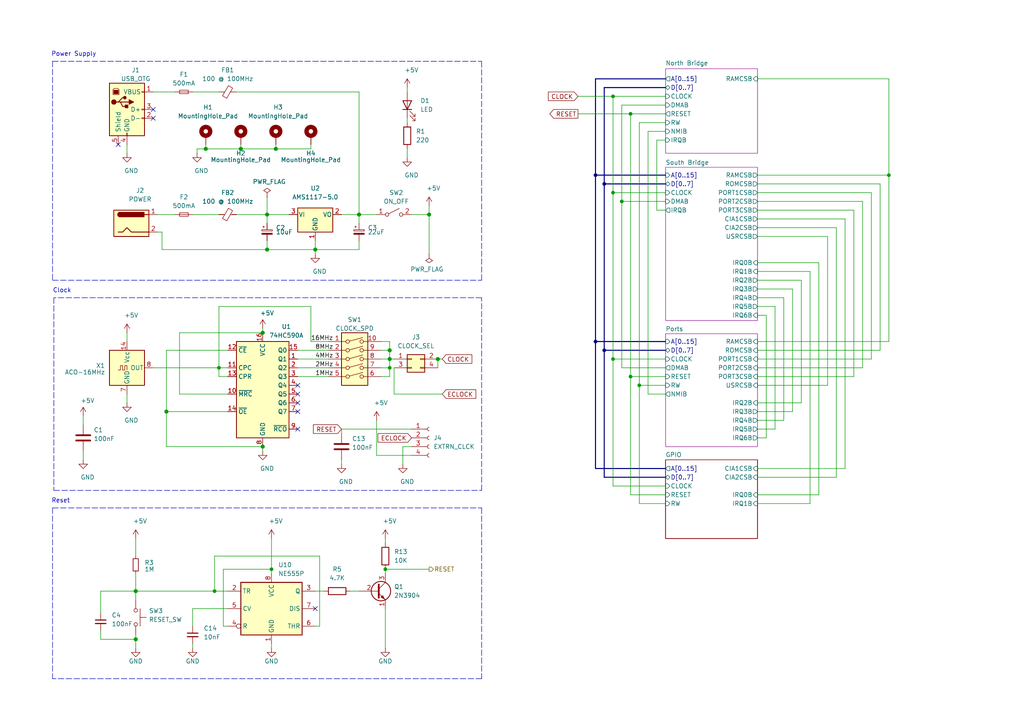
<source format=kicad_sch>
(kicad_sch (version 20230121) (generator eeschema)
  (paper "A4")
  (title_block (title "Miniish") (date "2023-05-19") (rev "v1.3") (company "Romuald Rousseau"))
  (lib_symbols
    (symbol "74xx:74HC590A"
      (property "Reference" "U" (at -7.62 16.51 0))
      (property "Value" "74HC590A" (at -7.62 -13.97 0))
      (symbol "74HC590A_1_0"
        (pin tri_state line (at 10.16 10.16 180) (length 2.54) (name "Q1") (number "1"))
        (pin input line (at -10.16 0 0) (length 2.54) (name "~{MRC}") (number "10"))
        (pin input line (at -10.16 7.62 0) (length 2.54) (name "CPC") (number "11"))
        (pin input line (at -10.16 12.7 0) (length 2.54) (name "~{CE}") (number "12"))
        (pin input line (at -10.16 5.08 0) (length 2.54) (name "CPR") (number "13"))
        (pin input line (at -10.16 -5.08 0) (length 2.54) (name "~{OE}") (number "14"))
        (pin tri_state line (at 10.16 12.7 180) (length 2.54) (name "Q0") (number "15"))
        (pin power_in line (at 0 17.78 270) (length 2.54) (name "VCC") (number "16"))
        (pin tri_state line (at 10.16 7.62 180) (length 2.54) (name "Q2") (number "2"))
        (pin tri_state line (at 10.16 5.08 180) (length 2.54) (name "Q3") (number "3"))
        (pin tri_state line (at 10.16 2.54 180) (length 2.54) (name "Q4") (number "4"))
        (pin tri_state line (at 10.16 0 180) (length 2.54) (name "Q5") (number "5"))
        (pin tri_state line (at 10.16 -2.54 180) (length 2.54) (name "Q6") (number "6"))
        (pin tri_state line (at 10.16 -5.08 180) (length 2.54) (name "Q7") (number "7"))
        (pin power_in line (at 0 -15.24 90) (length 2.54) (name "GND") (number "8"))
        (pin output line (at 10.16 -10.16 180) (length 2.54) (name "~{RCO}") (number "9"))
      )
      (symbol "74HC590A_1_1"
        (rectangle (start -7.62 15.24) (end 7.62 -12.7) (stroke (width 0.254)) (fill (type background)))
      )
    )
    (symbol "Connector:Conn_01x04_Socket" (pin_names (offset 1.016) hide)
      (property "Reference" "J" (at 0 5.08 0))
      (property "Value" "Conn_01x04_Socket" (at 0 -7.62 0))
      (symbol "Conn_01x04_Socket_1_1"
        (arc (start 0 -4.572) (mid -0.5058 -5.08) (end 0 -5.588) (stroke (width 0.1524)))
        (arc (start 0 -2.032) (mid -0.5058 -2.54) (end 0 -3.048) (stroke (width 0.1524)))
        (polyline (pts (xy -1.27 -5.08) (xy -0.508 -5.08)) (stroke (width 0.1524)))
        (polyline (pts (xy -1.27 -2.54) (xy -0.508 -2.54)) (stroke (width 0.1524)))
        (polyline (pts (xy -1.27 0) (xy -0.508 0)) (stroke (width 0.1524)))
        (polyline (pts (xy -1.27 2.54) (xy -0.508 2.54)) (stroke (width 0.1524)))
        (arc (start 0 0.508) (mid -0.5058 0) (end 0 -0.508) (stroke (width 0.1524)))
        (arc (start 0 3.048) (mid -0.5058 2.54) (end 0 2.032) (stroke (width 0.1524)))
        (pin passive line (at -5.08 2.54 0) (length 3.81) (name "Pin_1") (number "1"))
        (pin passive line (at -5.08 0 0) (length 3.81) (name "Pin_2") (number "2"))
        (pin passive line (at -5.08 -2.54 0) (length 3.81) (name "Pin_3") (number "3"))
        (pin passive line (at -5.08 -5.08 0) (length 3.81) (name "Pin_4") (number "4"))
      )
    )
    (symbol "Connector:Jack-DC" (pin_names (offset 1.016))
      (property "Reference" "J" (at 0 5.334 0))
      (property "Value" "Jack-DC" (at 0 -5.08 0))
      (symbol "Jack-DC_0_1"
        (rectangle (start -5.08 3.81) (end 5.08 -3.81) (stroke (width 0.254)) (fill (type background)))
        (arc (start -3.302 3.175) (mid -3.9343 2.54) (end -3.302 1.905) (stroke (width 0.254)))
        (arc (start -3.302 3.175) (mid -3.9343 2.54) (end -3.302 1.905) (stroke (width 0.254)) (fill (type outline)))
        (polyline (pts (xy 5.08 2.54) (xy 3.81 2.54)) (stroke (width 0.254)))
        (polyline (pts (xy -3.81 -2.54) (xy -2.54 -2.54) (xy -1.27 -1.27) (xy 0 -2.54) (xy 2.54 -2.54) (xy 5.08 -2.54)) (stroke (width 0.254)))
        (rectangle (start 3.683 3.175) (end -3.302 1.905) (stroke (width 0.254)) (fill (type outline)))
      )
      (symbol "Jack-DC_1_1"
        (pin passive line (at 7.62 2.54 180) (length 2.54) (name "~") (number "1"))
        (pin passive line (at 7.62 -2.54 180) (length 2.54) (name "~") (number "2"))
      )
    )
    (symbol "Connector:USB_B" (pin_names (offset 1.016))
      (property "Reference" "J" (at -5.08 11.43 0))
      (property "Value" "USB_B" (at -5.08 8.89 0))
      (symbol "USB_B_0_1"
        (rectangle (start -5.08 -7.62) (end 5.08 7.62) (stroke (width 0.254)) (fill (type background)))
        (circle (center -3.81 2.159) (radius 0.635) (stroke (width 0.254)) (fill (type outline)))
        (rectangle (start -3.81 5.588) (end -2.54 4.572) (fill (type outline)))
        (circle (center -0.635 3.429) (radius 0.381) (stroke (width 0.254)) (fill (type outline)))
        (rectangle (start -0.127 -7.62) (end 0.127 -6.858))
        (polyline (pts (xy -1.905 2.159) (xy 0.635 2.159)) (stroke (width 0.254)))
        (polyline (pts (xy -3.175 2.159) (xy -2.54 2.159) (xy -1.27 3.429) (xy -0.635 3.429)) (stroke (width 0.254)))
        (polyline (pts (xy -2.54 2.159) (xy -1.905 2.159) (xy -1.27 0.889) (xy 0 0.889)) (stroke (width 0.254)))
        (polyline (pts (xy 0.635 2.794) (xy 0.635 1.524) (xy 1.905 2.159) (xy 0.635 2.794)) (stroke (width 0.254)) (fill (type outline)))
        (polyline (pts (xy -4.064 4.318) (xy -2.286 4.318) (xy -2.286 5.715) (xy -2.667 6.096) (xy -3.683 6.096) (xy -4.064 5.715) (xy -4.064 4.318)))
        (rectangle (start 0.254 1.27) (end -0.508 0.508) (stroke (width 0.254)) (fill (type outline)))
        (rectangle (start 5.08 -2.667) (end 4.318 -2.413))
        (rectangle (start 5.08 -0.127) (end 4.318 0.127))
        (rectangle (start 5.08 4.953) (end 4.318 5.207))
      )
      (symbol "USB_B_1_1"
        (pin power_out line (at 7.62 5.08 180) (length 2.54) (name "VBUS") (number "1"))
        (pin bidirectional line (at 7.62 -2.54 180) (length 2.54) (name "D-") (number "2"))
        (pin bidirectional line (at 7.62 0 180) (length 2.54) (name "D+") (number "3"))
        (pin power_out line (at 0 -10.16 90) (length 2.54) (name "GND") (number "4"))
        (pin passive line (at -2.54 -10.16 90) (length 2.54) (name "Shield") (number "5"))
      )
    )
    (symbol "Connector_Generic:Conn_02x02_Odd_Even" (pin_names (offset 1.016) hide)
      (property "Reference" "J" (at 1.27 2.54 0))
      (property "Value" "Conn_02x02_Odd_Even" (at 1.27 -5.08 0))
      (symbol "Conn_02x02_Odd_Even_1_1"
        (rectangle (start -1.27 -2.413) (end 0 -2.667) (stroke (width 0.1524)))
        (rectangle (start -1.27 0.127) (end 0 -0.127) (stroke (width 0.1524)))
        (rectangle (start -1.27 1.27) (end 3.81 -3.81) (stroke (width 0.254)) (fill (type background)))
        (rectangle (start 3.81 -2.413) (end 2.54 -2.667) (stroke (width 0.1524)))
        (rectangle (start 3.81 0.127) (end 2.54 -0.127) (stroke (width 0.1524)))
        (pin passive line (at -5.08 0 0) (length 3.81) (name "Pin_1") (number "1"))
        (pin passive line (at 7.62 0 180) (length 3.81) (name "Pin_2") (number "2"))
        (pin passive line (at -5.08 -2.54 0) (length 3.81) (name "Pin_3") (number "3"))
        (pin passive line (at 7.62 -2.54 180) (length 3.81) (name "Pin_4") (number "4"))
      )
    )
    (symbol "Device:C" (pin_numbers hide) (pin_names (offset 0.254))
      (property "Reference" "C" (at 0.635 2.54 0))
      (property "Value" "C" (at 0.635 -2.54 0))
      (symbol "C_0_1"
        (polyline (pts (xy -2.032 -0.762) (xy 2.032 -0.762)) (stroke (width 0.508)))
        (polyline (pts (xy -2.032 0.762) (xy 2.032 0.762)) (stroke (width 0.508)))
      )
      (symbol "C_1_1"
        (pin passive line (at 0 3.81 270) (length 2.794) (name "~") (number "1"))
        (pin passive line (at 0 -3.81 90) (length 2.794) (name "~") (number "2"))
      )
    )
    (symbol "Device:C_Polarized_Small" (pin_numbers hide) (pin_names (offset 0.254) hide)
      (property "Reference" "C" (at 0.254 1.778 0))
      (property "Value" "C_Polarized_Small" (at 0.254 -2.032 0))
      (symbol "C_Polarized_Small_0_1"
        (rectangle (start -1.524 -0.3048) (end 1.524 -0.6858) (fill (type outline)))
        (rectangle (start -1.524 0.6858) (end 1.524 0.3048))
        (polyline (pts (xy -1.27 1.524) (xy -0.762 1.524)))
        (polyline (pts (xy -1.016 1.27) (xy -1.016 1.778)))
      )
      (symbol "C_Polarized_Small_1_1"
        (pin passive line (at 0 2.54 270) (length 1.8542) (name "~") (number "1"))
        (pin passive line (at 0 -2.54 90) (length 1.8542) (name "~") (number "2"))
      )
    )
    (symbol "Device:C_Small" (pin_numbers hide) (pin_names (offset 0.254) hide)
      (property "Reference" "C" (at 0.254 1.778 0))
      (property "Value" "C_Small" (at 0.254 -2.032 0))
      (symbol "C_Small_0_1"
        (polyline (pts (xy -1.524 -0.508) (xy 1.524 -0.508)) (stroke (width 0.3302)))
        (polyline (pts (xy -1.524 0.508) (xy 1.524 0.508)) (stroke (width 0.3048)))
      )
      (symbol "C_Small_1_1"
        (pin passive line (at 0 2.54 270) (length 2.032) (name "~") (number "1"))
        (pin passive line (at 0 -2.54 90) (length 2.032) (name "~") (number "2"))
      )
    )
    (symbol "Device:FerriteBead_Small" (pin_numbers hide) (pin_names (offset 0))
      (property "Reference" "FB" (at 1.905 1.27 0))
      (property "Value" "FerriteBead_Small" (at 1.905 -1.27 0))
      (symbol "FerriteBead_Small_0_1"
        (polyline (pts (xy 0 -1.27) (xy 0 -0.7874)))
        (polyline (pts (xy 0 0.889) (xy 0 1.2954)))
        (polyline (pts (xy -1.8288 0.2794) (xy -1.1176 1.4986) (xy 1.8288 -0.2032) (xy 1.1176 -1.4224) (xy -1.8288 0.2794)))
      )
      (symbol "FerriteBead_Small_1_1"
        (pin passive line (at 0 2.54 270) (length 1.27) (name "~") (number "1"))
        (pin passive line (at 0 -2.54 90) (length 1.27) (name "~") (number "2"))
      )
    )
    (symbol "Device:Fuse_Small" (pin_numbers hide) (pin_names (offset 0.254) hide)
      (property "Reference" "F" (at 0 -1.524 0))
      (property "Value" "Fuse_Small" (at 0 1.524 0))
      (symbol "Fuse_Small_0_1"
        (rectangle (start -1.27 0.508) (end 1.27 -0.508))
        (polyline (pts (xy -1.27 0) (xy 1.27 0)))
      )
      (symbol "Fuse_Small_1_1"
        (pin passive line (at -2.54 0 0) (length 1.27) (name "~") (number "1"))
        (pin passive line (at 2.54 0 180) (length 1.27) (name "~") (number "2"))
      )
    )
    (symbol "Device:LED" (pin_numbers hide) (pin_names (offset 1.016) hide)
      (property "Reference" "D" (at 0 2.54 0))
      (property "Value" "LED" (at 0 -2.54 0))
      (symbol "LED_0_1"
        (polyline (pts (xy -1.27 -1.27) (xy -1.27 1.27)) (stroke (width 0.254)))
        (polyline (pts (xy -1.27 0) (xy 1.27 0)))
        (polyline (pts (xy 1.27 -1.27) (xy 1.27 1.27) (xy -1.27 0) (xy 1.27 -1.27)) (stroke (width 0.254)))
        (polyline (pts (xy -3.048 -0.762) (xy -4.572 -2.286) (xy -3.81 -2.286) (xy -4.572 -2.286) (xy -4.572 -1.524)))
        (polyline (pts (xy -1.778 -0.762) (xy -3.302 -2.286) (xy -2.54 -2.286) (xy -3.302 -2.286) (xy -3.302 -1.524)))
      )
      (symbol "LED_1_1"
        (pin passive line (at -3.81 0 0) (length 2.54) (name "K") (number "1"))
        (pin passive line (at 3.81 0 180) (length 2.54) (name "A") (number "2"))
      )
    )
    (symbol "Device:R" (pin_numbers hide) (pin_names (offset 0))
      (property "Reference" "R" (at 2.032 0 90))
      (property "Value" "R" (at 0 0 90))
      (symbol "R_0_1"
        (rectangle (start -1.016 -2.54) (end 1.016 2.54) (stroke (width 0.254)))
      )
      (symbol "R_1_1"
        (pin passive line (at 0 3.81 270) (length 1.27) (name "~") (number "1"))
        (pin passive line (at 0 -3.81 90) (length 1.27) (name "~") (number "2"))
      )
    )
    (symbol "Device:R_Small" (pin_numbers hide) (pin_names (offset 0.254) hide)
      (property "Reference" "R" (at 0.762 0.508 0))
      (property "Value" "R_Small" (at 0.762 -1.016 0))
      (symbol "R_Small_0_1"
        (rectangle (start -0.762 1.778) (end 0.762 -1.778) (stroke (width 0.2032)))
      )
      (symbol "R_Small_1_1"
        (pin passive line (at 0 2.54 270) (length 0.762) (name "~") (number "1"))
        (pin passive line (at 0 -2.54 90) (length 0.762) (name "~") (number "2"))
      )
    )
    (symbol "Mechanical:MountingHole_Pad" (pin_numbers hide) (pin_names (offset 1.016) hide)
      (property "Reference" "H" (at 0 6.35 0))
      (property "Value" "MountingHole_Pad" (at 0 4.445 0))
      (symbol "MountingHole_Pad_0_1"
        (circle (center 0 1.27) (radius 1.27) (stroke (width 1.27)))
      )
      (symbol "MountingHole_Pad_1_1"
        (pin input line (at 0 -2.54 90) (length 2.54) (name "1") (number "1"))
      )
    )
    (symbol "Oscillator:ACO-xxxMHz" (pin_names (offset 0.254))
      (property "Reference" "X" (at -5.08 6.35 0))
      (property "Value" "ACO-xxxMHz" (at 1.27 -6.35 0))
      (symbol "ACO-xxxMHz_0_1"
        (rectangle (start -5.08 5.08) (end 5.08 -5.08) (stroke (width 0.254)) (fill (type background)))
        (polyline (pts (xy -2.54 -0.635) (xy -1.905 -0.635) (xy -1.905 0.635) (xy -1.27 0.635) (xy -1.27 -0.635) (xy -0.635 -0.635) (xy -0.635 0.635) (xy 0 0.635) (xy 0 -0.635)))
      )
      (symbol "ACO-xxxMHz_1_1"
        (pin no_connect line (at -5.08 2.54 0) (length 2.54) hide (name "NC") (number "1"))
        (pin power_in line (at 0 7.62 270) (length 2.54) (name "Vcc") (number "14"))
        (pin power_in line (at 0 -7.62 90) (length 2.54) (name "GND") (number "7"))
        (pin output line (at 7.62 0 180) (length 2.54) (name "OUT") (number "8"))
      )
    )
    (symbol "Regulator_Linear:AZ1117-5.0" (pin_names (offset 0.254))
      (property "Reference" "U" (at -3.81 3.175 0))
      (property "Value" "AZ1117-5.0" (at 0 3.175 0))
      (symbol "AZ1117-5.0_0_1"
        (rectangle (start -5.08 1.905) (end 5.08 -5.08) (stroke (width 0.254)) (fill (type background)))
      )
      (symbol "AZ1117-5.0_1_1"
        (pin power_in line (at 0 -7.62 90) (length 2.54) (name "GND") (number "1"))
        (pin power_out line (at 7.62 0 180) (length 2.54) (name "VO") (number "2"))
        (pin power_in line (at -7.62 0 0) (length 2.54) (name "VI") (number "3"))
      )
    )
    (symbol "Switch:SW_DIP_x05" (pin_names (offset 0) hide)
      (property "Reference" "SW" (at 0 8.89 0))
      (property "Value" "SW_DIP_x05" (at 0 -8.89 0))
      (symbol "SW_DIP_x05_0_0"
        (circle (center -2.032 -5.08) (radius 0.508))
        (circle (center -2.032 -2.54) (radius 0.508))
        (circle (center -2.032 0) (radius 0.508))
        (circle (center -2.032 2.54) (radius 0.508))
        (circle (center -2.032 5.08) (radius 0.508))
        (polyline (pts (xy -1.524 -4.9276) (xy 2.3622 -3.8862)))
        (polyline (pts (xy -1.524 -2.3876) (xy 2.3622 -1.3462)))
        (polyline (pts (xy -1.524 0.127) (xy 2.3622 1.1684)))
        (polyline (pts (xy -1.524 2.667) (xy 2.3622 3.7084)))
        (polyline (pts (xy -1.524 5.207) (xy 2.3622 6.2484)))
        (circle (center 2.032 -5.08) (radius 0.508))
        (circle (center 2.032 -2.54) (radius 0.508))
        (circle (center 2.032 0) (radius 0.508))
        (circle (center 2.032 2.54) (radius 0.508))
        (circle (center 2.032 5.08) (radius 0.508))
      )
      (symbol "SW_DIP_x05_0_1"
        (rectangle (start -3.81 7.62) (end 3.81 -7.62) (stroke (width 0.254)) (fill (type background)))
      )
      (symbol "SW_DIP_x05_1_1"
        (pin passive line (at -7.62 5.08 0) (length 5.08) (name "~") (number "1"))
        (pin passive line (at 7.62 5.08 180) (length 5.08) (name "~") (number "10"))
        (pin passive line (at -7.62 2.54 0) (length 5.08) (name "~") (number "2"))
        (pin passive line (at -7.62 0 0) (length 5.08) (name "~") (number "3"))
        (pin passive line (at -7.62 -2.54 0) (length 5.08) (name "~") (number "4"))
        (pin passive line (at -7.62 -5.08 0) (length 5.08) (name "~") (number "5"))
        (pin passive line (at 7.62 -5.08 180) (length 5.08) (name "~") (number "6"))
        (pin passive line (at 7.62 -2.54 180) (length 5.08) (name "~") (number "7"))
        (pin passive line (at 7.62 0 180) (length 5.08) (name "~") (number "8"))
        (pin passive line (at 7.62 2.54 180) (length 5.08) (name "~") (number "9"))
      )
    )
    (symbol "Switch:SW_Push" (pin_numbers hide) (pin_names (offset 1.016) hide)
      (property "Reference" "SW" (at 1.27 2.54 0))
      (property "Value" "SW_Push" (at 0 -1.524 0))
      (symbol "SW_Push_0_1"
        (circle (center -2.032 0) (radius 0.508))
        (polyline (pts (xy 0 1.27) (xy 0 3.048)))
        (polyline (pts (xy 2.54 1.27) (xy -2.54 1.27)))
        (circle (center 2.032 0) (radius 0.508))
        (pin passive line (at -5.08 0 0) (length 2.54) (name "1") (number "1"))
        (pin passive line (at 5.08 0 180) (length 2.54) (name "2") (number "2"))
      )
    )
    (symbol "Switch:SW_SPST" (pin_names (offset 0) hide)
      (property "Reference" "SW" (at 0 3.175 0))
      (property "Value" "SW_SPST" (at 0 -2.54 0))
      (symbol "SW_SPST_0_0"
        (circle (center -2.032 0) (radius 0.508))
        (polyline (pts (xy -1.524 0.254) (xy 1.524 1.778)))
        (circle (center 2.032 0) (radius 0.508))
      )
      (symbol "SW_SPST_1_1"
        (pin passive line (at -5.08 0 0) (length 2.54) (name "A") (number "1"))
        (pin passive line (at 5.08 0 180) (length 2.54) (name "B") (number "2"))
      )
    )
    (symbol "Timer:NE555P"
      (property "Reference" "U" (at -10.16 8.89 0))
      (property "Value" "NE555P" (at 2.54 8.89 0))
      (symbol "NE555P_0_0"
        (pin power_in line (at 0 -10.16 90) (length 2.54) (name "GND") (number "1"))
        (pin power_in line (at 0 10.16 270) (length 2.54) (name "VCC") (number "8"))
      )
      (symbol "NE555P_0_1"
        (rectangle (start -8.89 -7.62) (end 8.89 7.62) (stroke (width 0.254)) (fill (type background)))
        (rectangle (start -8.89 -7.62) (end 8.89 7.62) (stroke (width 0.254)) (fill (type background)))
      )
      (symbol "NE555P_1_1"
        (pin input line (at -12.7 5.08 0) (length 3.81) (name "TR") (number "2"))
        (pin output line (at 12.7 5.08 180) (length 3.81) (name "Q") (number "3"))
        (pin input inverted (at -12.7 -5.08 0) (length 3.81) (name "R") (number "4"))
        (pin input line (at -12.7 0 0) (length 3.81) (name "CV") (number "5"))
        (pin input line (at 12.7 -5.08 180) (length 3.81) (name "THR") (number "6"))
        (pin input line (at 12.7 0 180) (length 3.81) (name "DIS") (number "7"))
      )
    )
    (symbol "Transistor_BJT:2N3904" (pin_names (offset 0) hide)
      (property "Reference" "Q" (at 5.08 1.905 0))
      (property "Value" "2N3904" (at 5.08 0 0))
      (symbol "2N3904_0_1"
        (polyline (pts (xy 0.635 0.635) (xy 2.54 2.54)))
        (polyline (pts (xy 0.635 -0.635) (xy 2.54 -2.54) (xy 2.54 -2.54)))
        (polyline (pts (xy 0.635 1.905) (xy 0.635 -1.905) (xy 0.635 -1.905)) (stroke (width 0.508)))
        (polyline (pts (xy 1.27 -1.778) (xy 1.778 -1.27) (xy 2.286 -2.286) (xy 1.27 -1.778) (xy 1.27 -1.778)) (fill (type outline)))
        (circle (center 1.27 0) (radius 2.8194) (stroke (width 0.254)))
      )
      (symbol "2N3904_1_1"
        (pin passive line (at 2.54 -5.08 90) (length 2.54) (name "E") (number "1"))
        (pin passive line (at -5.08 0 0) (length 5.715) (name "B") (number "2"))
        (pin passive line (at 2.54 5.08 270) (length 2.54) (name "C") (number "3"))
      )
    )
    (symbol "power:+5V" (power) (pin_names (offset 0))
      (property "Value" "+5V" (at 0 3.556 0))
      (symbol "+5V_0_1"
        (polyline (pts (xy -0.762 1.27) (xy 0 2.54)))
        (polyline (pts (xy 0 0) (xy 0 2.54)))
        (polyline (pts (xy 0 2.54) (xy 0.762 1.27)))
      )
      (symbol "+5V_1_1"
        (pin power_in line (at 0 0 90) (length 0) hide (name "+5V") (number "1"))
      )
    )
    (symbol "power:GND" (power) (pin_names (offset 0))
      (property "Value" "GND" (at 0 -3.81 0))
      (symbol "GND_0_1"
        (polyline (pts (xy 0 0) (xy 0 -1.27) (xy 1.27 -1.27) (xy 0 -2.54) (xy -1.27 -1.27) (xy 0 -1.27)))
      )
      (symbol "GND_1_1"
        (pin power_in line (at 0 0 270) (length 0) hide (name "GND") (number "1"))
      )
    )
    (symbol "power:PWR_FLAG" (power) (pin_numbers hide) (pin_names (offset 0) hide)
      (property "Value" "PWR_FLAG" (at 0 3.81 0))
      (symbol "PWR_FLAG_0_0"
        (pin power_out line (at 0 0 90) (length 0) (name "pwr") (number "1"))
      )
      (symbol "PWR_FLAG_0_1"
        (polyline (pts (xy 0 0) (xy 0 1.27) (xy -1.016 1.905) (xy 0 2.54) (xy 1.016 1.905) (xy 0 1.27)))
      )
    )
  )
  (bus_alias "A12" (members "A12"))
  (bus_alias "A11" (members "A11"))
  (junction (at 177.8 104.14))
  (junction (at 39.37 171.45) (diameter 1.016))
  (junction (at 104.14 62.23) (diameter 1.016))
  (junction (at 59.69 43.18) (diameter 1.016))
  (junction (at 113.03 101.6) (diameter 1.016))
  (junction (at 172.72 50.8))
  (junction (at 76.2 96.52) (diameter 1.016))
  (junction (at 124.46 62.23) (diameter 1.016))
  (junction (at 182.88 109.22))
  (junction (at 180.34 58.42))
  (junction (at 113.03 104.14) (diameter 1.016))
  (junction (at 63.5 106.68))
  (junction (at 39.37 185.42) (diameter 1.016))
  (junction (at 77.47 62.23) (diameter 1.016))
  (junction (at 175.26 53.34))
  (junction (at 48.26 119.38) (diameter 1.016))
  (junction (at 182.88 33.02))
  (junction (at 177.8 55.88))
  (junction (at 69.85 43.18) (diameter 1.016))
  (junction (at 172.72 99.06))
  (junction (at 80.01 43.18) (diameter 1.016))
  (junction (at 91.44 72.39) (diameter 1.016))
  (junction (at 113.03 106.68))
  (junction (at 177.8 27.94))
  (junction (at 175.26 101.6))
  (junction (at 127 104.14) (diameter 1.016))
  (junction (at 78.74 165.1))
  (junction (at 62.23 171.45))
  (junction (at 185.42 111.76))
  (junction (at 111.76 165.1))
  (junction (at 77.47 72.39) (diameter 1.016))
  (junction (at 257.81 50.8))
  (junction (at 76.2 129.54) (diameter 1.016))
  (no_connect (at 86.36 124.46))
  (no_connect (at 86.36 114.3))
  (no_connect (at 91.44 176.53))
  (no_connect (at 44.45 31.75))
  (no_connect (at 86.36 111.76))
  (no_connect (at 34.29 41.91))
  (no_connect (at 86.36 116.84))
  (no_connect (at 86.36 119.38))
  (no_connect (at 44.45 34.29))
  (wire (pts (xy 219.71 109.22) (xy 247.65 109.22)))
  (wire (pts (xy 219.71 22.86) (xy 257.81 22.86)))
  (wire (pts (xy 193.04 146.05) (xy 185.42 146.05)))
  (wire (pts (xy 48.26 101.6) (xy 48.26 119.38)))
  (wire (pts (xy 80.01 43.18) (xy 69.85 43.18)))
  (wire (pts (xy 46.99 67.31) (xy 46.99 72.39)))
  (wire (pts (xy 232.41 81.28) (xy 219.71 81.28)))
  (wire (pts (xy 92.71 181.61) (xy 91.44 181.61)))
  (wire (pts (xy 219.71 143.51) (xy 237.49 143.51)))
  (wire (pts (xy 219.71 68.58) (xy 240.03 68.58)))
  (wire (pts (xy 104.14 69.85) (xy 104.14 72.39)))
  (wire (pts (xy 86.36 104.14) (xy 95.25 104.14)))
  (wire (pts (xy 182.88 143.51) (xy 182.88 109.22)))
  (wire (pts (xy 193.04 40.64) (xy 190.5 40.64)))
  (wire (pts (xy 219.71 99.06) (xy 257.81 99.06)))
  (wire (pts (xy 63.5 106.68) (xy 63.5 109.22)))
  (wire (pts (xy 119.38 129.54) (xy 116.84 129.54)))
  (wire (pts (xy 104.14 62.23) (xy 109.22 62.23)))
  (wire (pts (xy 257.81 99.06) (xy 257.81 50.8)))
  (wire (pts (xy 62.23 171.45) (xy 62.23 161.29)))
  (bus (pts (xy 175.26 25.4) (xy 175.26 53.34)))
  (wire (pts (xy 118.11 34.29) (xy 118.11 35.56)))
  (wire (pts (xy 250.19 58.42) (xy 219.71 58.42)))
  (wire (pts (xy 110.49 99.06) (xy 113.03 99.06)))
  (wire (pts (xy 77.47 69.85) (xy 77.47 72.39)))
  (polyline (pts (xy 15.24 147.32) (xy 15.24 196.85)) (stroke (width 0) (type dash)))
  (wire (pts (xy 193.04 35.56) (xy 185.42 35.56)))
  (wire (pts (xy 46.99 72.39) (xy 77.47 72.39)))
  (wire (pts (xy 257.81 22.86) (xy 257.81 50.8)))
  (wire (pts (xy 255.27 101.6) (xy 255.27 53.34)))
  (wire (pts (xy 63.5 106.68) (xy 66.04 106.68)))
  (wire (pts (xy 219.71 119.38) (xy 229.87 119.38)))
  (wire (pts (xy 78.74 186.69) (xy 78.74 187.96)))
  (wire (pts (xy 247.65 60.96) (xy 219.71 60.96)))
  (wire (pts (xy 222.25 127) (xy 219.71 127)))
  (wire (pts (xy 127 104.14) (xy 127 106.68)))
  (wire (pts (xy 113.03 109.22) (xy 113.03 106.68)))
  (wire (pts (xy 180.34 106.68) (xy 180.34 58.42)))
  (wire (pts (xy 110.49 104.14) (xy 113.03 104.14)))
  (wire (pts (xy 237.49 143.51) (xy 237.49 76.2)))
  (bus (pts (xy 175.26 53.34) (xy 193.04 53.34)))
  (wire (pts (xy 29.21 182.88) (xy 29.21 185.42)))
  (wire (pts (xy 219.71 124.46) (xy 224.79 124.46)))
  (wire (pts (xy 76.2 95.25) (xy 76.2 96.52)))
  (wire (pts (xy 101.6 171.45) (xy 104.14 171.45)))
  (polyline (pts (xy 15.621 142.24) (xy 139.7 142.24)) (stroke (width 0) (type dash)))
  (wire (pts (xy 111.76 165.1) (xy 124.46 165.1)))
  (bus (pts (xy 172.72 50.8) (xy 172.72 99.06)))
  (wire (pts (xy 182.88 33.02) (xy 182.88 109.22)))
  (wire (pts (xy 219.71 121.92) (xy 227.33 121.92)))
  (wire (pts (xy 52.07 114.3) (xy 66.04 114.3)))
  (wire (pts (xy 78.74 156.21) (xy 78.74 165.1)))
  (wire (pts (xy 110.49 109.22) (xy 113.03 109.22)))
  (wire (pts (xy 90.17 88.9) (xy 90.17 99.06)))
  (wire (pts (xy 66.04 181.61) (xy 64.77 181.61)))
  (wire (pts (xy 110.49 106.68) (xy 113.03 106.68)))
  (wire (pts (xy 252.73 55.88) (xy 219.71 55.88)))
  (bus (pts (xy 193.04 25.4) (xy 175.26 25.4)))
  (wire (pts (xy 55.88 186.69) (xy 55.88 187.96)))
  (wire (pts (xy 66.04 101.6) (xy 48.26 101.6)))
  (wire (pts (xy 45.72 67.31) (xy 46.99 67.31)))
  (bus (pts (xy 172.72 99.06) (xy 193.04 99.06)))
  (wire (pts (xy 242.57 138.43) (xy 242.57 66.04)))
  (wire (pts (xy 219.71 101.6) (xy 255.27 101.6)))
  (wire (pts (xy 110.49 101.6) (xy 113.03 101.6)))
  (wire (pts (xy 39.37 166.37) (xy 39.37 171.45)))
  (wire (pts (xy 187.96 114.3) (xy 193.04 114.3)))
  (wire (pts (xy 62.23 161.29) (xy 92.71 161.29)))
  (wire (pts (xy 36.83 41.91) (xy 36.83 44.45)))
  (wire (pts (xy 36.83 114.3) (xy 36.83 116.84)))
  (wire (pts (xy 224.79 124.46) (xy 224.79 88.9)))
  (wire (pts (xy 24.13 120.65) (xy 24.13 123.19)))
  (wire (pts (xy 99.06 124.46) (xy 99.06 125.73)))
  (wire (pts (xy 64.77 165.1) (xy 78.74 165.1)))
  (wire (pts (xy 116.84 129.54) (xy 116.84 134.62)))
  (wire (pts (xy 111.76 165.1) (xy 111.76 166.37)))
  (wire (pts (xy 69.85 43.18) (xy 59.69 43.18)))
  (polyline (pts (xy 15.24 81.28) (xy 139.7 81.28)) (stroke (width 0) (type dash)))
  (wire (pts (xy 39.37 156.21) (xy 39.37 161.29)))
  (wire (pts (xy 76.2 129.54) (xy 76.2 130.81)))
  (wire (pts (xy 245.11 135.89) (xy 245.11 63.5)))
  (wire (pts (xy 64.77 181.61) (xy 64.77 165.1)))
  (wire (pts (xy 39.37 171.45) (xy 62.23 171.45)))
  (wire (pts (xy 190.5 40.64) (xy 190.5 60.96)))
  (wire (pts (xy 92.71 161.29) (xy 92.71 181.61)))
  (wire (pts (xy 45.72 62.23) (xy 50.8 62.23)))
  (wire (pts (xy 48.26 119.38) (xy 48.26 129.54)))
  (bus (pts (xy 172.72 99.06) (xy 172.72 135.89)))
  (wire (pts (xy 24.13 130.81) (xy 24.13 133.35)))
  (wire (pts (xy 52.07 114.3) (xy 52.07 96.52)))
  (wire (pts (xy 77.47 62.23) (xy 83.82 62.23)))
  (wire (pts (xy 90.17 41.91) (xy 90.17 43.18)))
  (wire (pts (xy 118.11 43.18) (xy 118.11 45.72)))
  (polyline (pts (xy 15.621 86.36) (xy 15.621 142.24)) (stroke (width 0) (type dash)))
  (wire (pts (xy 68.58 26.67) (xy 104.14 26.67)))
  (wire (pts (xy 252.73 104.14) (xy 252.73 55.88)))
  (wire (pts (xy 193.04 38.1) (xy 187.96 38.1)))
  (polyline (pts (xy 139.7 196.85) (xy 15.24 196.85)) (stroke (width 0) (type dash)))
  (wire (pts (xy 185.42 35.56) (xy 185.42 111.76)))
  (wire (pts (xy 29.21 171.45) (xy 39.37 171.45)))
  (wire (pts (xy 44.45 106.68) (xy 63.5 106.68)))
  (wire (pts (xy 124.46 62.23) (xy 124.46 59.69)))
  (wire (pts (xy 69.85 41.91) (xy 69.85 43.18)))
  (wire (pts (xy 111.76 176.53) (xy 111.76 187.96)))
  (wire (pts (xy 104.14 26.67) (xy 104.14 62.23)))
  (wire (pts (xy 234.95 78.74) (xy 219.71 78.74)))
  (bus (pts (xy 172.72 22.86) (xy 172.72 50.8)))
  (wire (pts (xy 187.96 38.1) (xy 187.96 114.3)))
  (wire (pts (xy 78.74 165.1) (xy 78.74 166.37)))
  (wire (pts (xy 52.07 96.52) (xy 76.2 96.52)))
  (wire (pts (xy 219.71 116.84) (xy 232.41 116.84)))
  (wire (pts (xy 185.42 111.76) (xy 193.04 111.76)))
  (wire (pts (xy 232.41 116.84) (xy 232.41 81.28)))
  (wire (pts (xy 99.06 133.35) (xy 99.06 134.62)))
  (wire (pts (xy 193.04 140.97) (xy 177.8 140.97)))
  (wire (pts (xy 113.03 104.14) (xy 113.03 106.68)))
  (wire (pts (xy 55.88 62.23) (xy 63.5 62.23)))
  (bus (pts (xy 175.26 53.34) (xy 175.26 101.6)))
  (wire (pts (xy 250.19 106.68) (xy 250.19 58.42)))
  (wire (pts (xy 247.65 109.22) (xy 247.65 60.96)))
  (wire (pts (xy 48.26 129.54) (xy 76.2 129.54)))
  (wire (pts (xy 63.5 109.22) (xy 66.04 109.22)))
  (wire (pts (xy 182.88 109.22) (xy 193.04 109.22)))
  (wire (pts (xy 36.83 96.52) (xy 36.83 99.06)))
  (bus (pts (xy 193.04 22.86) (xy 172.72 22.86)))
  (bus (pts (xy 175.26 101.6) (xy 193.04 101.6)))
  (wire (pts (xy 237.49 76.2) (xy 219.71 76.2)))
  (wire (pts (xy 193.04 33.02) (xy 182.88 33.02)))
  (wire (pts (xy 63.5 106.68) (xy 63.5 88.9)))
  (wire (pts (xy 109.22 121.92) (xy 109.22 132.08)))
  (polyline (pts (xy 139.7 81.28) (xy 139.7 17.78)) (stroke (width 0) (type dash)))
  (wire (pts (xy 180.34 58.42) (xy 193.04 58.42)))
  (wire (pts (xy 55.88 26.67) (xy 63.5 26.67)))
  (wire (pts (xy 255.27 53.34) (xy 219.71 53.34)))
  (polyline (pts (xy 15.24 147.32) (xy 139.7 147.32)) (stroke (width 0) (type dash)))
  (wire (pts (xy 240.03 111.76) (xy 240.03 68.58)))
  (wire (pts (xy 227.33 86.36) (xy 219.71 86.36)))
  (wire (pts (xy 77.47 72.39) (xy 91.44 72.39)))
  (wire (pts (xy 39.37 185.42) (xy 39.37 187.96)))
  (wire (pts (xy 91.44 73.66) (xy 91.44 72.39)))
  (wire (pts (xy 219.71 106.68) (xy 250.19 106.68)))
  (wire (pts (xy 80.01 41.91) (xy 80.01 43.18)))
  (bus (pts (xy 175.26 138.43) (xy 193.04 138.43)))
  (wire (pts (xy 48.26 119.38) (xy 66.04 119.38)))
  (wire (pts (xy 227.33 121.92) (xy 227.33 86.36)))
  (wire (pts (xy 177.8 140.97) (xy 177.8 104.14)))
  (wire (pts (xy 219.71 111.76) (xy 240.03 111.76)))
  (wire (pts (xy 114.3 106.68) (xy 114.3 114.3)))
  (wire (pts (xy 39.37 184.15) (xy 39.37 185.42)))
  (wire (pts (xy 119.38 62.23) (xy 124.46 62.23)))
  (wire (pts (xy 109.22 132.08) (xy 119.38 132.08)))
  (wire (pts (xy 167.64 33.02) (xy 182.88 33.02)))
  (polyline (pts (xy 139.7 142.24) (xy 139.7 86.36)) (stroke (width 0) (type dash)))
  (wire (pts (xy 77.47 62.23) (xy 77.47 64.77)))
  (wire (pts (xy 62.23 171.45) (xy 66.04 171.45)))
  (wire (pts (xy 193.04 30.48) (xy 180.34 30.48)))
  (wire (pts (xy 224.79 88.9) (xy 219.71 88.9)))
  (wire (pts (xy 219.71 104.14) (xy 252.73 104.14)))
  (wire (pts (xy 193.04 104.14) (xy 177.8 104.14)))
  (polyline (pts (xy 15.24 17.78) (xy 15.24 81.28)) (stroke (width 0) (type dash)))
  (wire (pts (xy 57.15 44.45) (xy 57.15 43.18)))
  (wire (pts (xy 59.69 41.91) (xy 59.69 43.18)))
  (wire (pts (xy 242.57 66.04) (xy 219.71 66.04)))
  (wire (pts (xy 86.36 106.68) (xy 95.25 106.68)))
  (wire (pts (xy 219.71 91.44) (xy 222.25 91.44)))
  (wire (pts (xy 113.03 104.14) (xy 114.3 104.14)))
  (wire (pts (xy 113.03 99.06) (xy 113.03 101.6)))
  (wire (pts (xy 124.46 62.23) (xy 124.46 73.66)))
  (wire (pts (xy 222.25 91.44) (xy 222.25 127)))
  (wire (pts (xy 193.04 143.51) (xy 182.88 143.51)))
  (wire (pts (xy 167.64 27.94) (xy 177.8 27.94)))
  (wire (pts (xy 68.58 62.23) (xy 77.47 62.23)))
  (wire (pts (xy 219.71 146.05) (xy 234.95 146.05)))
  (wire (pts (xy 39.37 171.45) (xy 39.37 173.99)))
  (wire (pts (xy 55.88 176.53) (xy 55.88 181.61)))
  (wire (pts (xy 190.5 60.96) (xy 193.04 60.96)))
  (wire (pts (xy 177.8 55.88) (xy 193.04 55.88)))
  (wire (pts (xy 44.45 26.67) (xy 50.8 26.67)))
  (wire (pts (xy 245.11 63.5) (xy 219.71 63.5)))
  (wire (pts (xy 177.8 27.94) (xy 177.8 55.88)))
  (wire (pts (xy 219.71 138.43) (xy 242.57 138.43)))
  (wire (pts (xy 234.95 146.05) (xy 234.95 78.74)))
  (polyline (pts (xy 139.7 86.36) (xy 15.621 86.36)) (stroke (width 0) (type dash)))
  (wire (pts (xy 119.38 124.46) (xy 99.06 124.46)))
  (wire (pts (xy 177.8 104.14) (xy 177.8 55.88)))
  (wire (pts (xy 80.01 43.18) (xy 90.17 43.18)))
  (wire (pts (xy 257.81 50.8) (xy 219.71 50.8)))
  (wire (pts (xy 111.76 156.21) (xy 111.76 157.48)))
  (wire (pts (xy 66.04 176.53) (xy 55.88 176.53)))
  (bus (pts (xy 175.26 101.6) (xy 175.26 138.43)))
  (wire (pts (xy 91.44 171.45) (xy 93.98 171.45)))
  (wire (pts (xy 63.5 88.9) (xy 90.17 88.9)))
  (wire (pts (xy 193.04 106.68) (xy 180.34 106.68)))
  (wire (pts (xy 91.44 69.85) (xy 91.44 72.39)))
  (wire (pts (xy 99.06 62.23) (xy 104.14 62.23)))
  (wire (pts (xy 118.11 25.4) (xy 118.11 26.67)))
  (wire (pts (xy 77.47 57.15) (xy 77.47 62.23)))
  (wire (pts (xy 193.04 27.94) (xy 177.8 27.94)))
  (polyline (pts (xy 139.7 147.32) (xy 139.7 196.85)) (stroke (width 0) (type dash)))
  (wire (pts (xy 104.14 62.23) (xy 104.14 64.77)))
  (wire (pts (xy 86.36 101.6) (xy 95.25 101.6)))
  (wire (pts (xy 127 104.14) (xy 128.27 104.14)))
  (wire (pts (xy 114.3 114.3) (xy 128.27 114.3)))
  (wire (pts (xy 229.87 119.38) (xy 229.87 83.82)))
  (wire (pts (xy 29.21 171.45) (xy 29.21 177.8)))
  (wire (pts (xy 219.71 135.89) (xy 245.11 135.89)))
  (wire (pts (xy 57.15 43.18) (xy 59.69 43.18)))
  (bus (pts (xy 172.72 135.89) (xy 193.04 135.89)))
  (wire (pts (xy 91.44 72.39) (xy 104.14 72.39)))
  (wire (pts (xy 180.34 30.48) (xy 180.34 58.42)))
  (polyline (pts (xy 15.24 17.78) (xy 139.7 17.78)) (stroke (width 0) (type dash)))
  (wire (pts (xy 185.42 146.05) (xy 185.42 111.76)))
  (wire (pts (xy 229.87 83.82) (xy 219.71 83.82)))
  (bus (pts (xy 172.72 50.8) (xy 193.04 50.8)))
  (wire (pts (xy 86.36 109.22) (xy 95.25 109.22)))
  (wire (pts (xy 113.03 101.6) (xy 113.03 104.14)))
  (wire (pts (xy 29.21 185.42) (xy 39.37 185.42)))
  (wire (pts (xy 90.17 99.06) (xy 95.25 99.06)))
  (text "Reset" (at 20.32 146.05 0) (effects (font (size 1.27 1.27)) (justify right bottom)))
  (text "Power Supply" (at 27.94 16.51 0) (effects (font (size 1.27 1.27)) (justify right bottom)))
  (text "Clock" (at 20.701 85.09 0) (effects (font (size 1.27 1.27)) (justify right bottom)))
  (label "16MHz" (at 90.17 99.06 0))
  (label "8MHz" (at 91.44 101.6 0))
  (label "4MHz" (at 91.44 104.14 0))
  (label "2MHz" (at 91.44 106.68 0))
  (label "1MHz" (at 91.44 109.22 0))
  (global_label "ECLOCK" (shape input) (at 119.38 127 180) (property "Intersheetrefs" "${INTERSHEET_REFS}" (effects hide)))
  (global_label "RESET" (shape input) (at 99.06 124.46 180) (property "Intersheetrefs" "${INTERSHEET_REFS}" (effects hide)))
  (global_label "CLOCK" (shape input) (at 128.27 104.14 0) (property "Intersheetrefs" "${INTERSHEET_REFS}" (effects hide)))
  (global_label "RESET" (shape output) (at 167.64 33.02 180) (property "Intersheetrefs" "${INTERSHEET_REFS}" (effects hide)))
  (global_label "CLOCK" (shape input) (at 167.64 27.94 180) (property "Intersheetrefs" "${INTERSHEET_REFS}" (effects hide)))
  (global_label "ECLOCK" (shape input) (at 128.27 114.3 0) (property "Intersheetrefs" "${INTERSHEET_REFS}" (effects hide)))
  (hierarchical_label "RESET" (shape output) (at 124.46 165.1 0))
  (symbol (lib_id "power:+5V") (at 111.76 156.21 0) (unit 1)
    (property "Reference" "#PWR071" (effects hide))
    (property "Value" "+5V" (at 113.03 151.13 0))
  )
  (symbol (lib_id "power:GND") (at 36.83 116.84 0) (unit 1)
    (property "Reference" "#PWR05" (effects hide))
    (property "Value" "GND" (at 38.1 121.92 0))
  )
  (symbol (lib_id "Connector_Generic:Conn_02x02_Odd_Even") (at 119.38 104.14 0) (unit 1)
    (property "Reference" "J3" (at 120.65 97.79 0))
    (property "Value" "CLOCK_SEL" (at 120.65 100.33 0))
    (property "Footprint" "Connector_PinHeader_2.54mm:PinHeader_2x02_P2.54mm_Vertical" (effects hide))
  )
  (symbol (lib_id "power:PWR_FLAG") (at 124.46 73.66 180) (unit 1)
    (property "Reference" "#FLG02" (effects hide))
    (property "Value" "PWR_FLAG" (at 123.825 78.105 0))
  )
  (symbol (lib_id "Switch:SW_Push") (at 39.37 179.07 270) (unit 1)
    (property "Reference" "SW3" (at 43.18 177.165 90) (effects (justify left)))
    (property "Value" "RESET_SW" (at 43.18 179.705 90) (effects (justify left)))
    (property "Footprint" "Button_Switch_THT:SW_Tactile_SPST_Angled_PTS645Vx83-2LFS" (effects hide))
  )
  (symbol (lib_id "power:+5V") (at 36.83 96.52 0) (unit 1)
    (property "Reference" "#PWR04" (effects hide))
    (property "Value" "+5V" (at 38.1 91.44 0))
  )
  (symbol (lib_id "Device:R") (at 97.79 171.45 90) (unit 1)
    (property "Reference" "R5" (at 97.79 165.1 90))
    (property "Value" "4.7K" (at 97.79 167.64 90))
    (property "Footprint" "Resistor_THT:R_Axial_DIN0207_L6.3mm_D2.5mm_P10.16mm_Horizontal" (effects hide))
  )
  (symbol (lib_id "Connector:Conn_01x04_Socket") (at 124.46 127 0) (unit 1)
    (property "Reference" "J4" (at 125.73 127 0) (effects (justify left)))
    (property "Value" "EXTRN_CLCK" (at 125.73 129.54 0) (effects (justify left)))
    (property "Footprint" "Connector_PinHeader_2.54mm:PinHeader_1x04_P2.54mm_Vertical" (effects hide))
  )
  (symbol (lib_id "Device:R") (at 111.76 161.29 180) (unit 1)
    (property "Reference" "R13" (at 114.3 160.02 0) (effects (justify right)))
    (property "Value" "10K" (at 114.3 162.56 0) (effects (justify right)))
    (property "Footprint" "Resistor_THT:R_Axial_DIN0207_L6.3mm_D2.5mm_P10.16mm_Horizontal" (effects hide))
  )
  (symbol (lib_id "Device:Fuse_Small") (at 53.34 26.67 0) (unit 1)
    (property "Reference" "F1" (at 53.34 21.59 0))
    (property "Value" "500mA" (at 53.34 24.13 0))
    (property "Footprint" "Resistor_THT:R_Box_L8.4mm_W2.5mm_P5.08mm" (effects hide))
  )
  (symbol (lib_id "Device:R_Small") (at 39.37 163.83 0) (unit 1)
    (property "Reference" "R3" (at 41.91 163.195 0) (effects (justify left)))
    (property "Value" "1M" (at 41.91 165.1 0) (effects (justify left)))
    (property "Footprint" "Resistor_THT:R_Axial_DIN0207_L6.3mm_D2.5mm_P10.16mm_Horizontal" (effects hide))
  )
  (symbol (lib_id "74xx:74HC590A") (at 76.2 114.3 0) (unit 1)
    (property "Reference" "U1" (at 83.058 94.742 0))
    (property "Value" "74HC590A" (at 83.058 97.282 0))
    (property "Footprint" "Package_DIP:DIP-16_W7.62mm" (effects hide))
    (property "Datasheet" "http://www.ti.com/lit/ds/symlink/sn74hc590a.pdf" (effects hide))
  )
  (symbol (lib_id "Connector:USB_B") (at 36.83 31.75 0) (unit 1)
    (property "Reference" "J1" (at 39.37 20.32 0))
    (property "Value" "USB_OTG" (at 39.37 22.86 0))
    (property "Footprint" "Connector_USB:USB_B_OST_USB-B1HSxx_Horizontal" (effects hide))
    (property "Datasheet" " ~" (effects hide))
  )
  (symbol (lib_id "power:+5V") (at 39.37 156.21 0) (unit 1)
    (property "Reference" "#PWR018" (effects hide))
    (property "Value" "+5V" (at 40.64 151.13 0))
  )
  (symbol (lib_id "power:GND") (at 111.76 187.96 0) (unit 1)
    (property "Reference" "#PWR072" (effects hide))
    (property "Value" "GND" (at 111.76 191.77 0))
  )
  (symbol (lib_id "power:GND") (at 24.13 133.35 0) (unit 1)
    (property "Reference" "#PWR02" (effects hide))
    (property "Value" "GND" (at 25.4 138.43 0))
  )
  (symbol (lib_id "power:GND") (at 76.2 130.81 0) (unit 1)
    (property "Reference" "#PWR08" (effects hide))
    (property "Value" "GND" (at 77.47 135.89 0))
  )
  (symbol (lib_id "power:GND") (at 57.15 44.45 0) (unit 1)
    (property "Reference" "#PWR06" (effects hide))
    (property "Value" "GND" (at 58.42 49.53 0))
  )
  (symbol (lib_id "Regulator_Linear:AZ1117-5.0") (at 91.44 62.23 0) (unit 1)
    (property "Reference" "U2" (at 91.44 54.61 0))
    (property "Value" "AMS1117-5.0" (at 91.44 57.15 0))
    (property "Footprint" "Package_TO_SOT_THT:TO-220-3_Horizontal_TabDown" (effects hide))
    (property "Datasheet" "https://www.diodes.com/assets/Datasheets/AZ1117.pdf" (effects hide))
  )
  (symbol (lib_id "power:GND") (at 78.74 187.96 0) (unit 1)
    (property "Reference" "#PWR070" (effects hide))
    (property "Value" "GND" (at 78.74 191.77 0))
  )
  (symbol (lib_id "power:GND") (at 39.37 187.96 0) (unit 1)
    (property "Reference" "#PWR019" (effects hide))
    (property "Value" "GND" (at 39.37 191.77 0))
  )
  (symbol (lib_id "Connector:Jack-DC") (at 38.1 64.77 0) (unit 1)
    (property "Reference" "J2" (at 40.64 55.245 0))
    (property "Value" "POWER" (at 40.64 57.785 0))
    (property "Footprint" "Connector_BarrelJack:BarrelJack_Horizontal" (effects hide))
  )
  (symbol (lib_id "power:GND") (at 118.11 45.72 0) (unit 1)
    (property "Reference" "#PWR013" (effects hide))
    (property "Value" "GND" (at 119.38 50.8 0))
  )
  (symbol (lib_id "Device:LED") (at 118.11 30.48 90) (unit 1)
    (property "Reference" "D1" (at 121.92 29.21 90) (effects (justify right)))
    (property "Value" "LED" (at 121.92 31.75 90) (effects (justify right)))
    (property "Footprint" "LED_THT:LED_D5.0mm" (effects hide))
  )
  (symbol (lib_id "Timer:NE555P") (at 78.74 176.53 0) (unit 1)
    (property "Reference" "U10" (at 80.6959 163.83 0) (effects (justify left)))
    (property "Value" "NE555P" (at 80.6959 166.37 0) (effects (justify left)))
    (property "Footprint" "Package_DIP:DIP-8_W7.62mm" (effects hide))
    (property "Datasheet" "http://www.ti.com/lit/ds/symlink/ne555.pdf" (effects hide))
  )
  (symbol (lib_id "Device:C_Small") (at 29.21 180.34 0) (unit 1)
    (property "Reference" "C4" (at 32.385 178.435 0) (effects (justify left)))
    (property "Value" "100nF" (at 32.385 180.975 0) (effects (justify left)))
    (property "Footprint" "Capacitor_THT:C_Disc_D5.0mm_W2.5mm_P5.00mm" (effects hide))
  )
  (symbol (lib_id "Device:FerriteBead_Small") (at 66.04 26.67 90) (unit 1)
    (property "Reference" "FB1" (at 66.04 20.32 90))
    (property "Value" "100 @ 100MHz" (at 66.04 22.86 90))
    (property "Footprint" "Inductor_THT:L_Axial_L9.5mm_D4.0mm_P12.70mm_Horizontal_Fastron_SMCC" (effects hide))
  )
  (symbol (lib_id "Mechanical:MountingHole_Pad") (at 80.01 39.37 0) (unit 1)
    (property "Reference" "H3" (at 80.645 31.115 0))
    (property "Value" "MountingHole_Pad" (at 80.645 33.655 0))
    (property "Footprint" "MountingHole:MountingHole_3.2mm_M3" (effects hide))
  )
  (symbol (lib_id "Device:Fuse_Small") (at 53.34 62.23 0) (unit 1)
    (property "Reference" "F2" (at 53.34 57.15 0))
    (property "Value" "500mA" (at 53.34 59.69 0))
    (property "Footprint" "Resistor_THT:R_Box_L8.4mm_W2.5mm_P5.08mm" (effects hide))
  )
  (symbol (lib_id "power:PWR_FLAG") (at 77.47 57.15 0) (unit 1)
    (property "Reference" "#FLG01" (effects hide))
    (property "Value" "PWR_FLAG" (at 78.105 52.705 0))
  )
  (symbol (lib_id "power:GND") (at 91.44 73.66 0) (unit 1)
    (property "Reference" "#PWR09" (effects hide))
    (property "Value" "GND" (at 92.71 78.74 0))
  )
  (symbol (lib_id "Device:C") (at 99.06 129.54 0) (unit 1)
    (property "Reference" "C13" (at 102.108 127.254 0) (effects (justify left)))
    (property "Value" "100nF" (at 102.108 129.794 0) (effects (justify left)))
    (property "Footprint" "Capacitor_THT:C_Disc_D5.0mm_W2.5mm_P2.50mm" (effects hide))
  )
  (symbol (lib_id "Device:C") (at 24.13 127 0) (unit 1)
    (property "Reference" "C1" (at 27.178 124.714 0) (effects (justify left)))
    (property "Value" "100nF" (at 27.178 127.254 0) (effects (justify left)))
    (property "Footprint" "Capacitor_THT:C_Disc_D5.0mm_W2.5mm_P2.50mm" (effects hide))
  )
  (symbol (lib_id "Device:C_Small") (at 55.88 184.15 0) (unit 1)
    (property "Reference" "C14" (at 59.055 182.245 0) (effects (justify left)))
    (property "Value" "10nF" (at 59.055 184.785 0) (effects (justify left)))
    (property "Footprint" "Capacitor_THT:C_Disc_D5.0mm_W2.5mm_P5.00mm" (effects hide))
  )
  (symbol (lib_id "power:+5V") (at 24.13 120.65 0) (unit 1)
    (property "Reference" "#PWR01" (effects hide))
    (property "Value" "+5V" (at 25.4 116.205 0))
  )
  (symbol (lib_id "Mechanical:MountingHole_Pad") (at 59.69 39.37 0) (unit 1)
    (property "Reference" "H1" (at 60.325 31.115 0))
    (property "Value" "MountingHole_Pad" (at 60.325 33.655 0))
    (property "Footprint" "MountingHole:MountingHole_3.2mm_M3" (effects hide))
  )
  (symbol (lib_id "power:+5V") (at 124.46 59.69 0) (unit 1)
    (property "Reference" "#PWR014" (effects hide))
    (property "Value" "+5V" (at 125.73 54.61 0))
  )
  (symbol (lib_id "Switch:SW_DIP_x05") (at 102.87 104.14 0) (unit 1)
    (property "Reference" "SW1" (at 102.87 92.71 0))
    (property "Value" "CLOCK_SPD" (at 102.87 95.25 0))
    (property "Footprint" "Button_Switch_THT:SW_DIP_SPSTx05_Slide_6.7x14.26mm_W7.62mm_P2.54mm_LowProfile" (effects hide))
  )
  (symbol (lib_id "power:GND") (at 55.88 187.96 0) (unit 1)
    (property "Reference" "#PWR068" (effects hide))
    (property "Value" "GND" (at 55.88 191.77 0))
  )
  (symbol (lib_id "Device:C_Polarized_Small") (at 104.14 67.31 0) (unit 1)
    (property "Reference" "C3" (at 106.68 66.04 0) (effects (justify left)))
    (property "Value" "22uF" (at 106.68 67.31 0) (effects (justify left)))
    (property "Footprint" "Capacitor_THT:C_Radial_D5.0mm_H11.0mm_P2.00mm" (effects hide))
  )
  (symbol (lib_id "power:+5V") (at 76.2 95.25 0) (unit 1)
    (property "Reference" "#PWR07" (effects hide))
    (property "Value" "+5V" (at 77.47 90.805 0))
  )
  (symbol (lib_id "Transistor_BJT:2N3904") (at 109.22 171.45 0) (unit 1)
    (property "Reference" "Q1" (at 114.3 170.18 0) (effects (justify left)))
    (property "Value" "2N3904" (at 114.3 172.72 0) (effects (justify left)))
    (property "Footprint" "Package_TO_SOT_THT:TO-92_Inline" (effects hide))
    (property "Datasheet" "https://www.onsemi.com/pub/Collateral/2N3903-D.PDF" (effects hide))
  )
  (symbol (lib_id "power:+5V") (at 78.74 156.21 0) (unit 1)
    (property "Reference" "#PWR069" (effects hide))
    (property "Value" "+5V" (at 80.01 151.13 0))
  )
  (symbol (lib_id "Device:C_Polarized_Small") (at 77.47 67.31 0) (unit 1)
    (property "Reference" "C2" (at 80.01 66.04 0) (effects (justify left)))
    (property "Value" "10uF" (at 80.01 67.31 0) (effects (justify left)))
    (property "Footprint" "Capacitor_THT:C_Radial_D5.0mm_H11.0mm_P2.00mm" (effects hide))
  )
  (symbol (lib_id "power:+5V") (at 109.22 121.92 0) (unit 1)
    (property "Reference" "#PWR010" (effects hide))
    (property "Value" "+5V" (at 110.49 116.84 0))
  )
  (symbol (lib_id "power:+5V") (at 118.11 25.4 0) (unit 1)
    (property "Reference" "#PWR012" (effects hide))
    (property "Value" "+5V" (at 119.38 20.32 0))
  )
  (symbol (lib_id "Mechanical:MountingHole_Pad") (at 69.85 39.37 0) (unit 1)
    (property "Reference" "H2" (at 69.85 44.45 0))
    (property "Value" "MountingHole_Pad" (at 69.85 46.355 0))
    (property "Footprint" "MountingHole:MountingHole_3.2mm_M3" (effects hide))
  )
  (symbol (lib_id "power:GND") (at 99.06 134.62 0) (unit 1)
    (property "Reference" "#PWR026" (effects hide))
    (property "Value" "GND" (at 100.33 139.7 0))
  )
  (symbol (lib_id "Mechanical:MountingHole_Pad") (at 90.17 39.37 0) (unit 1)
    (property "Reference" "H4" (at 90.17 44.45 0))
    (property "Value" "MountingHole_Pad" (at 90.17 46.355 0))
    (property "Footprint" "MountingHole:MountingHole_3.2mm_M3" (effects hide))
  )
  (symbol (lib_id "power:GND") (at 116.84 134.62 0) (unit 1)
    (property "Reference" "#PWR011" (effects hide))
    (property "Value" "GND" (at 118.11 139.7 0))
  )
  (symbol (lib_id "Device:FerriteBead_Small") (at 66.04 62.23 90) (unit 1)
    (property "Reference" "FB2" (at 66.04 55.88 90))
    (property "Value" "100 @ 100MHz" (at 66.04 58.42 90))
    (property "Footprint" "Inductor_THT:L_Axial_L9.5mm_D4.0mm_P12.70mm_Horizontal_Fastron_SMCC" (effects hide))
  )
  (symbol (lib_id "Device:R") (at 118.11 39.37 0) (unit 1)
    (property "Reference" "R1" (at 120.65 38.1 0) (effects (justify left)))
    (property "Value" "220" (at 120.65 40.64 0) (effects (justify left)))
    (property "Footprint" "Resistor_THT:R_Axial_DIN0207_L6.3mm_D2.5mm_P10.16mm_Horizontal" (effects hide))
  )
  (symbol (lib_id "Oscillator:ACO-xxxMHz") (at 36.83 106.68 0) (unit 1)
    (property "Reference" "X1" (at 30.48 106.045 0) (effects (justify right)))
    (property "Value" "ACO-16MHz" (at 30.48 107.95 0) (effects (justify right)))
    (property "Footprint" "Oscillator:Oscillator_DIP-14" (effects hide))
    (property "Datasheet" "http://www.conwin.com/datasheets/cx/cx030.pdf" (effects hide))
  )
  (symbol (lib_id "power:GND") (at 36.83 44.45 0) (unit 1)
    (property "Reference" "#PWR03" (effects hide))
    (property "Value" "GND" (at 38.1 49.53 0))
  )
  (symbol (lib_id "Switch:SW_SPST") (at 114.3 62.23 0) (unit 1)
    (property "Reference" "SW2" (at 114.935 55.88 0))
    (property "Value" "ON_OFF" (at 114.935 58.42 0))
    (property "Footprint" "Button_Switch_THT:SW_E-Switch_EG1224_SPDT_Angled" (effects hide))
  )
  (sheet (at 193.04 48.514) (size 26.67 44.45) (stroke (width 0.001) (color 132 0 132 1)) (fill (color 255 255 255 0.0000))
    (property "Sheetname" "South Bridge" (at 193.04 47.878 0) (effects (justify left bottom)))
    (property "Sheetfile" "SouthBridge.kicad_sch" (effects hide))
    (pin "A[0..15]" input (at 193.04 50.8 180))
    (pin "D[0..7]" bidirectional (at 193.04 53.34 180))
    (pin "USRCSB" output (at 219.71 68.58 0))
    (pin "CIA2CSB" output (at 219.71 66.04 0))
    (pin "IRQB" output (at 193.04 60.96 180))
    (pin "ROMCSB" output (at 219.71 53.34 0))
    (pin "PORT1CSB" output (at 219.71 55.88 0))
    (pin "CIA1CSB" output (at 219.71 63.5 0))
    (pin "PORT2CSB" output (at 219.71 58.42 0))
    (pin "PORT3CSB" output (at 219.71 60.96 0))
    (pin "RAMCSB" output (at 219.71 50.8 0))
    (pin "IRQ4B" output (at 219.71 86.36 0))
    (pin "IRQ3B" output (at 219.71 83.82 0))
    (pin "IRQ5B" output (at 219.71 88.9 0))
    (pin "IRQ2B" output (at 219.71 81.28 0))
    (pin "IRQ1B" input (at 219.71 78.74 0))
    (pin "CLOCK" input (at 193.04 55.88 180))
    (pin "DMAB" input (at 193.04 58.42 180))
    (pin "IRQ6B" input (at 219.71 91.44 0))
    (pin "IRQ0B" input (at 219.71 76.2 0))
  )
  (sheet (at 193.04 19.939) (size 26.67 24.511) (stroke (width 0.001) (color 132 0 132 1)) (fill (color 255 255 255 0.0000))
    (property "Sheetname" "North Bridge" (at 193.04 19.05 0) (effects (justify left bottom)))
    (property "Sheetfile" "NorthBridge.kicad_sch" (effects hide))
    (pin "NMIB" input (at 193.04 38.1 180))
    (pin "IRQB" input (at 193.04 40.64 180))
    (pin "DMAB" input (at 193.04 30.48 180))
    (pin "A[0..15]" output (at 193.04 22.86 180))
    (pin "D[0..7]" bidirectional (at 193.04 25.4 180))
    (pin "RESET" output (at 193.04 33.02 180))
    (pin "RW" input (at 193.04 35.56 180))
    (pin "CLOCK" input (at 193.04 27.94 180))
    (pin "RAMCSB" input (at 219.71 22.86 0))
  )
  (sheet (at 193.04 96.774) (size 26.67 32.766) (stroke (width 0.001) (color 132 0 132 1)) (fill (color 255 255 255 0.0000))
    (property "Sheetname" "Ports" (at 193.04 96.1381 0) (effects (justify left bottom)))
    (property "Sheetfile" "ports.kicad_sch" (effects hide))
    (pin "D[0..7]" bidirectional (at 193.04 101.6 180))
    (pin "A[0..15]" input (at 193.04 99.06 180))
    (pin "RW" input (at 193.04 111.76 180))
    (pin "RESET" input (at 193.04 109.22 180))
    (pin "RAMCSB" input (at 219.71 99.06 0))
    (pin "IRQ6B" output (at 219.71 127 0))
    (pin "ROMCSB" input (at 219.71 101.6 0))
    (pin "DMAB" output (at 193.04 106.68 180))
    (pin "NMIB" output (at 193.04 114.3 180))
    (pin "CLOCK" input (at 193.04 104.14 180))
    (pin "PORT3CSB" input (at 219.71 109.22 0))
    (pin "IRQ5B" output (at 219.71 124.46 0))
    (pin "IRQ3B" output (at 219.71 119.38 0))
    (pin "PORT1CSB" input (at 219.71 104.14 0))
    (pin "IRQ4B" output (at 219.71 121.92 0))
    (pin "PORT2CSB" input (at 219.71 106.68 0))
    (pin "IRQ2B" input (at 219.71 116.84 0))
    (pin "USRCSB" input (at 219.71 111.76 0))
  )
  (sheet (at 193.04 133.35) (size 26.67 22.86) (stroke (width 0.1524))
    (property "Sheetname" "GPIO" (at 193.04 132.6384 0) (effects (justify left bottom)))
    (property "Sheetfile" "gpio.kicad_sch" (effects hide))
    (pin "IRQ1B" input (at 219.71 146.05 0))
    (pin "CIA2CSB" input (at 219.71 138.43 0))
    (pin "RW" input (at 193.04 146.05 180))
    (pin "RESET" input (at 193.04 143.51 180))
    (pin "CLOCK" input (at 193.04 140.97 180))
    (pin "IRQ0B" input (at 219.71 143.51 0))
    (pin "CIA1CSB" input (at 219.71 135.89 0))
    (pin "D[0..7]" bidirectional (at 193.04 138.43 180))
    (pin "A[0..15]" output (at 193.04 135.89 180))
  )
)
</source>
